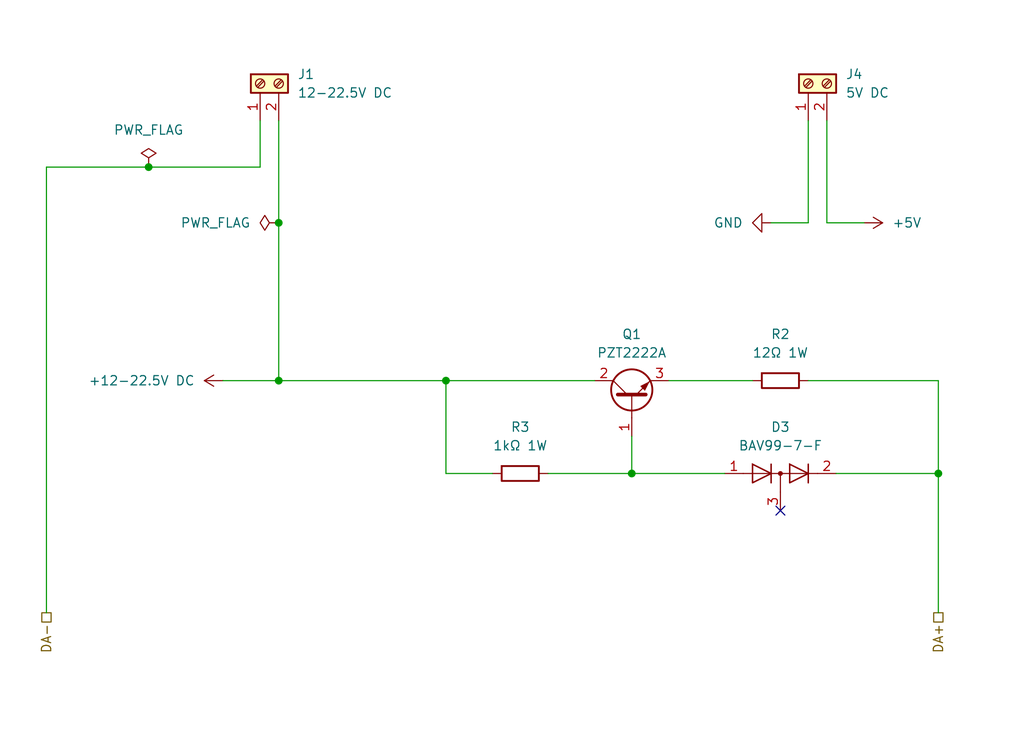
<source format=kicad_sch>
(kicad_sch (version 20250114) (generator "eeschema") (generator_version "9.0")
  (paper "User" 140 100)
  (lib_symbols
    (symbol "Connector:Screw_Terminal_01x02" (pin_names (offset 1.016) (hide yes))
      (property "Reference" "J" (at 0 2.54 0))
      (property "Value" "Screw_Terminal_01x02" (at 0 -5.08 0))
      (symbol "Screw_Terminal_01x02_1_1"
        (rectangle (start -1.27 1.27) (end 1.27 -3.81) (stroke (width 0.254)) (fill (type background)))
        (polyline (pts (xy -0.5334 0.3302) (xy 0.3302 -0.508)) (stroke (width 0.1524)))
        (polyline (pts (xy -0.5334 -2.2098) (xy 0.3302 -3.048)) (stroke (width 0.1524)))
        (polyline (pts (xy -0.3556 0.508) (xy 0.508 -0.3302)) (stroke (width 0.1524)))
        (polyline (pts (xy -0.3556 -2.032) (xy 0.508 -2.8702)) (stroke (width 0.1524)))
        (circle (center 0 0) (radius 0.635) (stroke (width 0.1524)))
        (circle (center 0 -2.54) (radius 0.635) (stroke (width 0.1524)))
        (pin passive line (at -5.08 0 0) (length 3.81) (name "Pin_1") (number "1"))
        (pin passive line (at -5.08 -2.54 0) (length 3.81) (name "Pin_2") (number "2"))
      )
    )
    (symbol "Device:R" (pin_numbers (hide yes)) (pin_names (offset 0))
      (property "Reference" "R" (at 2.032 0 90))
      (property "Value" "R" (at 0 0 90))
      (symbol "R_0_1"
        (rectangle (start -1.016 -2.54) (end 1.016 2.54) (stroke (width 0.254)))
      )
      (symbol "R_1_1"
        (pin passive line (at 0 3.81 270) (length 1.27) (name "~") (number "1"))
        (pin passive line (at 0 -3.81 90) (length 1.27) (name "~") (number "2"))
      )
    )
    (symbol "Diode:BAV99" (pin_names (hide yes))
      (property "Reference" "D" (at 0 5.08 0))
      (property "Value" "BAV99" (at 0 2.54 0))
      (symbol "BAV99_0_1"
        (polyline (pts (xy -5.08 0) (xy 5.08 0)))
      )
      (symbol "BAV99_1_1"
        (polyline (pts (xy -3.81 1.27) (xy -1.27 0) (xy -3.81 -1.27) (xy -3.81 1.27) (xy -3.81 1.27) (xy -3.81 1.27)) (stroke (width 0.2032)))
        (polyline (pts (xy -1.27 -1.27) (xy -1.27 1.27) (xy -1.27 1.27)) (stroke (width 0.2032)))
        (polyline (pts (xy 0 0) (xy 0 -2.54)))
        (circle (center 0 0) (radius 0.254) (fill (type outline)))
        (polyline (pts (xy 1.27 1.27) (xy 3.81 0) (xy 1.27 -1.27) (xy 1.27 1.27) (xy 1.27 1.27) (xy 1.27 1.27)) (stroke (width 0.2032)))
        (polyline (pts (xy 3.81 1.27) (xy 3.81 -1.27) (xy 3.81 -1.27)) (stroke (width 0.2032)))
        (pin passive line (at -7.62 0 0) (length 2.54) (name "K") (number "1"))
        (pin passive line (at 0 -5.08 90) (length 2.54) (name "K") (number "3"))
        (pin passive line (at 7.62 0 180) (length 2.54) (name "A") (number "2"))
      )
    )
    (symbol "Transistor_BJT:PZT2222A" (pin_names (offset 0) (hide yes))
      (property "Reference" "Q" (at 5.08 1.905 0))
      (property "Value" "PZT2222A" (at 5.08 0 0))
      (symbol "PZT2222A_0_1"
        (polyline (pts (xy -2.54 0) (xy 0.635 0)))
        (polyline (pts (xy 0.635 1.905) (xy 0.635 -1.905)) (stroke (width 0.508)))
        (circle (center 1.27 0) (radius 2.8194) (stroke (width 0.254)))
      )
      (symbol "PZT2222A_1_1"
        (polyline (pts (xy 0.635 0.635) (xy 2.54 2.54)))
        (polyline (pts (xy 0.635 -0.635) (xy 2.54 -2.54)))
        (polyline (pts (xy 1.27 -1.778) (xy 1.778 -1.27) (xy 2.286 -2.286) (xy 1.27 -1.778)) (fill (type outline)))
        (pin input line (at -5.08 0 0) (length 2.54) (name "B") (number "1"))
        (pin passive line (at 2.54 5.08 270) (length 2.54) (name "C") (number "2"))
        (pin passive line (at 2.54 -5.08 90) (length 2.54) (name "E") (number "3"))
      )
    )
    (symbol "power:+5V" (power) (pin_numbers (hide yes)) (pin_names (offset 0) (hide yes))
      (property "Value" "+5V" (at 0 3.556 0))
      (symbol "+5V_0_1"
        (polyline (pts (xy -0.762 1.27) (xy 0 2.54)))
        (polyline (pts (xy 0 2.54) (xy 0.762 1.27)))
        (polyline (pts (xy 0 0) (xy 0 2.54)))
      )
      (symbol "+5V_1_1"
        (pin power_in line (at 0 0 90) (length 0) (name "~") (number "1"))
      )
    )
    (symbol "power:GND" (power) (pin_numbers (hide yes)) (pin_names (offset 0) (hide yes))
      (property "Value" "GND" (at 0 -3.81 0))
      (symbol "GND_0_1"
        (polyline (pts (xy 0 0) (xy 0 -1.27) (xy 1.27 -1.27) (xy 0 -2.54) (xy -1.27 -1.27) (xy 0 -1.27)))
      )
      (symbol "GND_1_1"
        (pin power_in line (at 0 0 270) (length 0) (name "~") (number "1"))
      )
    )
    (symbol "power:PWR_FLAG" (power) (pin_numbers (hide yes)) (pin_names (offset 0) (hide yes))
      (property "Value" "PWR_FLAG" (at 0 3.81 0))
      (symbol "PWR_FLAG_0_0"
        (pin power_out line (at 0 0 90) (length 0) (name "~") (number "1"))
      )
      (symbol "PWR_FLAG_0_1"
        (polyline (pts (xy 0 0) (xy 0 1.27) (xy -1.016 1.905) (xy 0 2.54) (xy 1.016 1.905) (xy 0 1.27)))
      )
    )
  )
  (junction (at 38.1 30.48))
  (junction (at 60.96 52.07))
  (junction (at 128.27 64.77))
  (junction (at 86.36 64.77))
  (junction (at 38.1 52.07))
  (junction (at 20.32 22.86))
  (no_connect (at 106.68 69.85))
  (wire (pts (xy 6.35 22.86) (xy 6.35 83.82)))
  (wire (pts (xy 38.1 30.48) (xy 38.1 52.07)))
  (wire (pts (xy 128.27 52.07) (xy 128.27 64.77)))
  (wire (pts (xy 113.03 30.48) (xy 118.11 30.48)))
  (wire (pts (xy 35.56 22.86) (xy 20.32 22.86)))
  (wire (pts (xy 113.03 16.51) (xy 113.03 30.48)))
  (wire (pts (xy 128.27 64.77) (xy 128.27 83.82)))
  (wire (pts (xy 86.36 59.69) (xy 86.36 64.77)))
  (wire (pts (xy 30.48 52.07) (xy 38.1 52.07)))
  (wire (pts (xy 38.1 52.07) (xy 60.96 52.07)))
  (wire (pts (xy 110.49 16.51) (xy 110.49 30.48)))
  (wire (pts (xy 91.44 52.07) (xy 102.87 52.07)))
  (wire (pts (xy 20.32 22.86) (xy 6.35 22.86)))
  (wire (pts (xy 74.93 64.77) (xy 86.36 64.77)))
  (wire (pts (xy 86.36 64.77) (xy 99.06 64.77)))
  (wire (pts (xy 60.96 64.77) (xy 67.31 64.77)))
  (wire (pts (xy 60.96 52.07) (xy 60.96 64.77)))
  (wire (pts (xy 110.49 52.07) (xy 128.27 52.07)))
  (wire (pts (xy 114.3 64.77) (xy 128.27 64.77)))
  (wire (pts (xy 38.1 16.51) (xy 38.1 30.48)))
  (wire (pts (xy 35.56 22.86) (xy 35.56 16.51)))
  (wire (pts (xy 105.41 30.48) (xy 110.49 30.48)))
  (wire (pts (xy 60.96 52.07) (xy 81.28 52.07)))
  (hierarchical_label "DA-" (shape passive) (at 6.35 83.82 270))
  (hierarchical_label "DA+" (shape passive) (at 128.27 83.82 270))
  (symbol (lib_id "Transistor_BJT:PZT2222A") (at 86.36 54.61 90) (unit 1)
    (property "Reference" "Q1" (at 86.36 45.72 90))
    (property "Value" "PZT2222A" (at 86.36 48.26 90))
    (property "Footprint" "Package_TO_SOT_SMD:SOT-223-3_TabPin2" (effects (hide yes)))
    (property "Datasheet" "https://www.onsemi.com/pdf/datasheet/pzt2222at1-d.pdf" (effects (hide yes)))
    (property "Description" "1A Ic, 40V Vce, NPN Transistor, General Purpose Transistor, SOT-223" (effects (hide yes)))
  )
  (symbol (lib_id "power:PWR_FLAG") (at 38.1 30.48 90) (unit 1)
    (property "Reference" "#FLG03" (effects (hide yes)))
    (property "Value" "PWR_FLAG" (at 34.29 30.4799 90) (effects (justify left)))
    (property "Description" "Special symbol for telling ERC where power comes from" (effects (hide yes)))
  )
  (symbol (lib_id "power:PWR_FLAG") (at 20.32 22.86 0) (unit 1)
    (property "Reference" "#FLG07" (effects (hide yes)))
    (property "Value" "PWR_FLAG" (at 20.32 17.78 0))
    (property "Description" "Special symbol for telling ERC where power comes from" (effects (hide yes)))
  )
  (symbol (lib_id "Diode:BAV99") (at 106.68 64.77 0) (unit 1)
    (property "Reference" "D3" (at 106.68 58.42 0))
    (property "Value" "BAV99-7-F" (at 106.68 60.96 0))
    (property "Footprint" "Package_TO_SOT_SMD:SOT-23_Handsoldering" (effects (hide yes)))
    (property "Datasheet" "https://www.diodes.com/assets/Datasheets/BAV99.pdf" (effects (hide yes)))
    (property "Description" "BAV99 High-speed switching diodes, SOT-23" (effects (hide yes)))
  )
  (symbol (lib_id "power:GND") (at 105.41 30.48 270) (unit 1)
    (property "Reference" "#PWR015" (effects (hide yes)))
    (property "Value" "GND" (at 101.6 30.4801 90) (effects (justify right)))
    (property "Description" "Power symbol creates a global label with name \"GND\" , ground" (effects (hide yes)))
  )
  (symbol (lib_id "Connector:Screw_Terminal_01x02") (at 35.56 11.43 90) (unit 1)
    (property "Reference" "J1" (at 40.64 10.1599 90) (effects (justify right)))
    (property "Value" "12-22.5V DC" (at 40.64 12.6999 90) (effects (justify right)))
    (property "Footprint" "TerminalBlock:TerminalBlock_bornier-2_P5.08mm" (effects (hide yes)))
    (property "Description" "Generic screw terminal, single row, 01x02, script generated (kicad-library-utils/schlib/autogen/connector/)" (effects (hide yes)))
  )
  (symbol (lib_id "power:+5V") (at 118.11 30.48 270) (unit 1)
    (property "Reference" "#PWR014" (effects (hide yes)))
    (property "Value" "+5V" (at 121.92 30.4801 90) (effects (justify left)))
    (property "Description" "Power symbol creates a global label with name \"+5V\"" (effects (hide yes)))
  )
  (symbol (lib_id "Device:R") (at 106.68 52.07 90) (unit 1)
    (property "Reference" "R2" (at 106.68 45.72 90))
    (property "Value" "12Ω 1W" (at 106.68 48.26 90))
    (property "Footprint" "Resistor_SMD:R_2512_6332Metric_Pad1.40x3.35mm_HandSolder" (effects (hide yes)))
    (property "Description" "Resistor" (effects (hide yes)))
  )
  (symbol (lib_id "Connector:Screw_Terminal_01x02") (at 110.49 11.43 90) (unit 1)
    (property "Reference" "J4" (at 115.57 10.1599 90) (effects (justify right)))
    (property "Value" "5V DC" (at 115.57 12.6999 90) (effects (justify right)))
    (property "Footprint" "TerminalBlock:TerminalBlock_bornier-2_P5.08mm" (effects (hide yes)))
    (property "Description" "Generic screw terminal, single row, 01x02, script generated (kicad-library-utils/schlib/autogen/connector/)" (effects (hide yes)))
  )
  (symbol (lib_id "power:+5V") (at 30.48 52.07 90) (unit 1)
    (property "Reference" "#PWR04" (effects (hide yes)))
    (property "Value" "+12-22.5V DC" (at 26.67 52.0699 90) (effects (justify left)))
    (property "Description" "Power symbol creates a global label with name \"+5V\"" (effects (hide yes)))
  )
  (symbol (lib_id "Device:R") (at 71.12 64.77 270) (unit 1)
    (property "Reference" "R3" (at 71.12 58.42 90))
    (property "Value" "1kΩ 1W" (at 71.12 60.96 90))
    (property "Footprint" "Resistor_SMD:R_2512_6332Metric_Pad1.40x3.35mm_HandSolder" (effects (hide yes)))
    (property "Description" "Resistor" (effects (hide yes)))
  )
)
</source>
